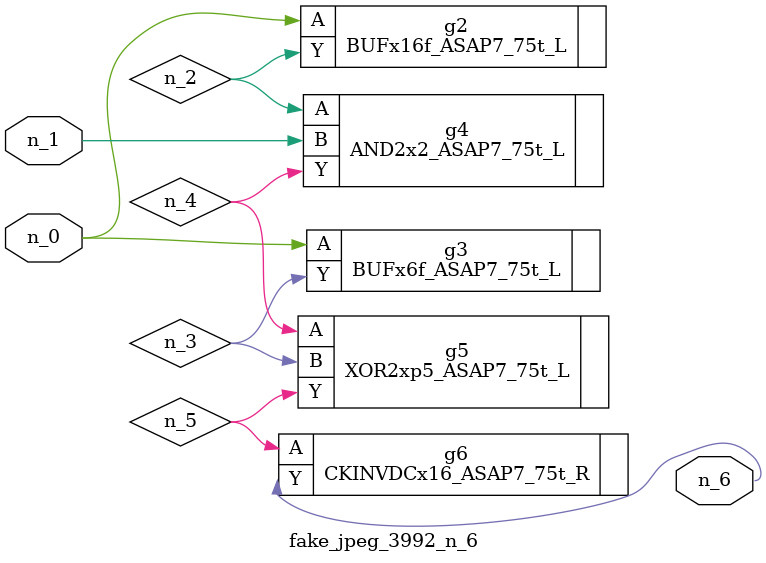
<source format=v>
module fake_jpeg_3992_n_6 (n_0, n_1, n_6);

input n_0;
input n_1;

output n_6;

wire n_3;
wire n_2;
wire n_4;
wire n_5;

BUFx16f_ASAP7_75t_L g2 ( 
.A(n_0),
.Y(n_2)
);

BUFx6f_ASAP7_75t_L g3 ( 
.A(n_0),
.Y(n_3)
);

AND2x2_ASAP7_75t_L g4 ( 
.A(n_2),
.B(n_1),
.Y(n_4)
);

XOR2xp5_ASAP7_75t_L g5 ( 
.A(n_4),
.B(n_3),
.Y(n_5)
);

CKINVDCx16_ASAP7_75t_R g6 ( 
.A(n_5),
.Y(n_6)
);


endmodule
</source>
